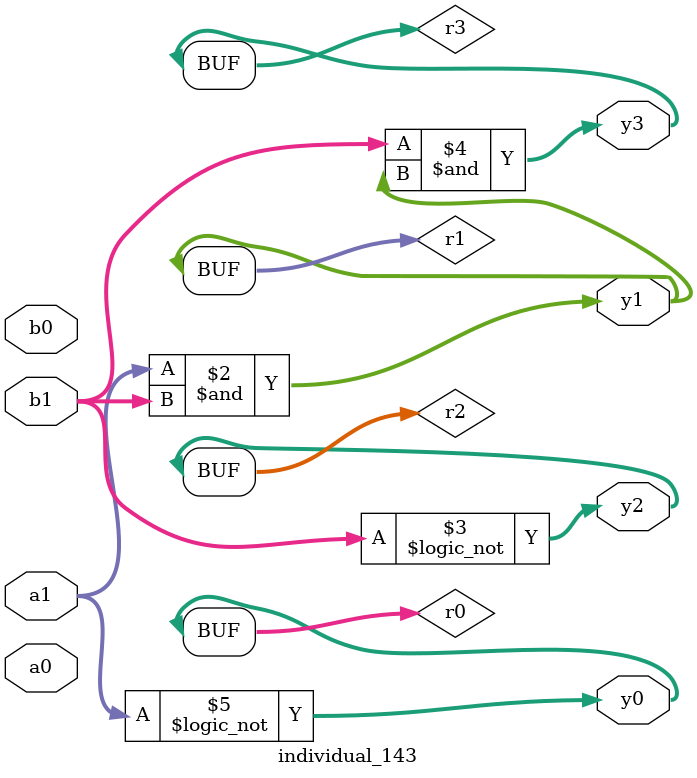
<source format=sv>
module individual_143(input logic [15:0] a1, input logic [15:0] a0, input logic [15:0] b1, input logic [15:0] b0, output logic [15:0] y3, output logic [15:0] y2, output logic [15:0] y1, output logic [15:0] y0);
logic [15:0] r0, r1, r2, r3; 
 always@(*) begin 
	 r0 = a0; r1 = a1; r2 = b0; r3 = b1; 
 	 r1  &=  b1 ;
 	 r2 = ! b1 ;
 	 r3  &=  r1 ;
 	 r0 = ! a1 ;
 	 y3 = r3; y2 = r2; y1 = r1; y0 = r0; 
end
endmodule
</source>
